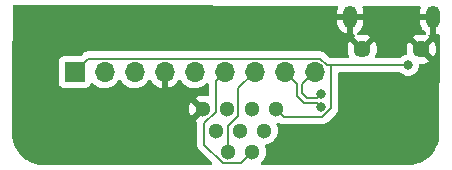
<source format=gbr>
%TF.GenerationSoftware,KiCad,Pcbnew,(6.0.0)*%
%TF.CreationDate,2022-04-23T17:17:18+01:00*%
%TF.ProjectId,BM83 prog,424d3833-2070-4726-9f67-2e6b69636164,rev?*%
%TF.SameCoordinates,Original*%
%TF.FileFunction,Copper,L2,Bot*%
%TF.FilePolarity,Positive*%
%FSLAX46Y46*%
G04 Gerber Fmt 4.6, Leading zero omitted, Abs format (unit mm)*
G04 Created by KiCad (PCBNEW (6.0.0)) date 2022-04-23 17:17:18*
%MOMM*%
%LPD*%
G01*
G04 APERTURE LIST*
%TA.AperFunction,ComponentPad*%
%ADD10C,1.300000*%
%TD*%
%TA.AperFunction,ComponentPad*%
%ADD11C,5.000000*%
%TD*%
%TA.AperFunction,ComponentPad*%
%ADD12R,1.700000X1.700000*%
%TD*%
%TA.AperFunction,ComponentPad*%
%ADD13O,1.700000X1.700000*%
%TD*%
%TA.AperFunction,ComponentPad*%
%ADD14C,1.450000*%
%TD*%
%TA.AperFunction,ComponentPad*%
%ADD15O,1.200000X1.900000*%
%TD*%
%TA.AperFunction,ViaPad*%
%ADD16C,0.800000*%
%TD*%
%TA.AperFunction,Conductor*%
%ADD17C,0.200000*%
%TD*%
G04 APERTURE END LIST*
D10*
%TO.P,TP34,1,1*%
%TO.N,/DP*%
X141500000Y-91144000D03*
%TD*%
%TO.P,TP31,1,1*%
%TO.N,/LED1*%
X141500000Y-94744000D03*
%TD*%
%TO.P,TP70,1,1*%
%TO.N,VBUS*%
X143500000Y-91144000D03*
%TD*%
D11*
%TO.P,REF\u002A\u002A,1*%
%TO.N,GND*%
X154700000Y-93100000D03*
%TD*%
D12*
%TO.P,J1,1,Pin_1*%
%TO.N,VBUS*%
X126450000Y-88000000D03*
D13*
%TO.P,J1,2,Pin_2*%
%TO.N,+3V3*%
X128990000Y-88000000D03*
%TO.P,J1,3,Pin_3*%
%TO.N,+1V8*%
X131530000Y-88000000D03*
%TO.P,J1,4,Pin_4*%
%TO.N,GND*%
X134070000Y-88000000D03*
%TO.P,J1,5,Pin_5*%
%TO.N,/PWR(MFB)*%
X136610000Y-88000000D03*
%TO.P,J1,6,Pin_6*%
%TO.N,/LED1*%
X139150000Y-88000000D03*
%TO.P,J1,7,Pin_7*%
%TO.N,/LED2*%
X141690000Y-88000000D03*
%TO.P,J1,8,Pin_8*%
%TO.N,/DN*%
X144230000Y-88000000D03*
%TO.P,J1,9,Pin_9*%
%TO.N,/DP*%
X146770000Y-88000000D03*
%TD*%
D10*
%TO.P,TP71,1,1*%
%TO.N,+3V3*%
X138400000Y-92944000D03*
%TD*%
D14*
%TO.P,J2,6,Shield*%
%TO.N,GND*%
X150800000Y-86052500D03*
D15*
X156800000Y-83352500D03*
X149800000Y-83352500D03*
D14*
X155800000Y-86052500D03*
%TD*%
D10*
%TO.P,TP73,1,1*%
%TO.N,GND*%
X137300000Y-91144000D03*
%TD*%
%TO.P,TP72,1,1*%
%TO.N,+1V8*%
X140450000Y-92944000D03*
%TD*%
%TO.P,TP33,1,1*%
%TO.N,/DN*%
X139366666Y-91144000D03*
%TD*%
%TO.P,TP32,1,1*%
%TO.N,/LED2*%
X139400000Y-94744000D03*
%TD*%
D11*
%TO.P,,1*%
%TO.N,GND*%
X124000000Y-93100000D03*
%TD*%
D10*
%TO.P,TP30,1,1*%
%TO.N,/PWR(MFB)*%
X142500000Y-92944000D03*
%TD*%
D16*
%TO.N,VBUS*%
X154700000Y-87400000D03*
%TO.N,GND*%
X145500000Y-85700000D03*
X127750000Y-92850000D03*
X151700000Y-88700000D03*
X151250000Y-95300000D03*
X121900000Y-88550000D03*
X127600000Y-85700000D03*
X145500000Y-82950000D03*
X132550000Y-85700000D03*
X126800000Y-95300000D03*
X132550000Y-82950000D03*
X130250000Y-92850000D03*
X126600000Y-89900000D03*
X147750000Y-93000000D03*
X133150000Y-89950000D03*
X151250000Y-92950000D03*
X147750000Y-95300000D03*
X135200000Y-89950000D03*
X121900000Y-82950000D03*
X127600000Y-82950000D03*
X142950000Y-82950000D03*
X138250000Y-85700000D03*
X143950000Y-95300000D03*
X149550000Y-88700000D03*
X138250000Y-82950000D03*
X121900000Y-85700000D03*
X144450000Y-93000000D03*
X142950000Y-85700000D03*
X156600000Y-88650000D03*
%TO.N,/DN*%
X147300000Y-90925000D03*
%TO.N,/DP*%
X147300000Y-89875000D03*
%TD*%
D17*
%TO.N,/LED1*%
X137450489Y-92349511D02*
X138417155Y-91382845D01*
X137450489Y-94137301D02*
X137450489Y-92349511D01*
X138417155Y-91382845D02*
X138417155Y-88732845D01*
X140550489Y-95693511D02*
X139006699Y-95693511D01*
X139006699Y-95693511D02*
X137450489Y-94137301D01*
X141500000Y-94744000D02*
X140550489Y-95693511D01*
X138417155Y-88732845D02*
X139150000Y-88000000D01*
%TO.N,/LED2*%
X139400000Y-92600000D02*
X139400000Y-94744000D01*
X141690000Y-88000000D02*
X140316177Y-89373823D01*
X140316177Y-91683823D02*
X139400000Y-92600000D01*
X140316177Y-89373823D02*
X140316177Y-91683823D01*
%TO.N,VBUS*%
X147420260Y-91793999D02*
X148150000Y-91064259D01*
X127599511Y-86850489D02*
X126450000Y-88000000D01*
X147246144Y-86850489D02*
X127599511Y-86850489D01*
X147795655Y-87400000D02*
X147246144Y-86850489D01*
X144149999Y-91793999D02*
X147420260Y-91793999D01*
X148150000Y-87400000D02*
X147795655Y-87400000D01*
X154700000Y-87400000D02*
X148150000Y-87400000D01*
X148150000Y-91064259D02*
X148150000Y-87400000D01*
X143500000Y-91144000D02*
X144149999Y-91793999D01*
%TO.N,/DN*%
X145274999Y-89044999D02*
X144230000Y-88000000D01*
X147000001Y-90625001D02*
X145906801Y-90625001D01*
X145906801Y-90625001D02*
X145274999Y-89993199D01*
X145274999Y-89993199D02*
X145274999Y-89044999D01*
X147300000Y-90925000D02*
X147000001Y-90625001D01*
%TO.N,/DP*%
X145725001Y-89806801D02*
X145725001Y-89044999D01*
X147300000Y-89875000D02*
X147000001Y-90174999D01*
X145725001Y-89044999D02*
X146770000Y-88000000D01*
X146093199Y-90174999D02*
X145725001Y-89806801D01*
X147000001Y-90174999D02*
X146093199Y-90174999D01*
%TD*%
%TA.AperFunction,Conductor*%
%TO.N,GND*%
G36*
X127746319Y-82326944D02*
G01*
X148668700Y-82383186D01*
X148736764Y-82403372D01*
X148783113Y-82457152D01*
X148793028Y-82527453D01*
X148785225Y-82556284D01*
X148735039Y-82680811D01*
X148731645Y-82692270D01*
X148693143Y-82889428D01*
X148692066Y-82898291D01*
X148692000Y-82901000D01*
X148692000Y-83080385D01*
X148696475Y-83095624D01*
X148697865Y-83096829D01*
X148705548Y-83098500D01*
X150889885Y-83098500D01*
X150905124Y-83094025D01*
X150906329Y-83092635D01*
X150908000Y-83084952D01*
X150908000Y-82952668D01*
X150907715Y-82946692D01*
X150893529Y-82798006D01*
X150891270Y-82786272D01*
X150835128Y-82594901D01*
X150830700Y-82583829D01*
X150825110Y-82572976D01*
X150811702Y-82503257D01*
X150838116Y-82437357D01*
X150895965Y-82396198D01*
X150937464Y-82389285D01*
X152011092Y-82392171D01*
X155661123Y-82401984D01*
X155729189Y-82422170D01*
X155775538Y-82475950D01*
X155785453Y-82546251D01*
X155777650Y-82575083D01*
X155735038Y-82680816D01*
X155731645Y-82692270D01*
X155693143Y-82889428D01*
X155692066Y-82898291D01*
X155692000Y-82901000D01*
X155692000Y-83080385D01*
X155696475Y-83095624D01*
X155697865Y-83096829D01*
X155705548Y-83098500D01*
X156928000Y-83098500D01*
X156996121Y-83118502D01*
X157042614Y-83172158D01*
X157054000Y-83224500D01*
X157054000Y-84762902D01*
X157057973Y-84776433D01*
X157067399Y-84777788D01*
X157156537Y-84756306D01*
X157167836Y-84752415D01*
X157200903Y-84737381D01*
X157271194Y-84727395D01*
X157335725Y-84756996D01*
X157374008Y-84816786D01*
X157379052Y-84852633D01*
X157343333Y-93001184D01*
X157342679Y-93150308D01*
X157341176Y-93169165D01*
X157338660Y-93185304D01*
X157338660Y-93185307D01*
X157337278Y-93194173D01*
X157338440Y-93203072D01*
X157339624Y-93212139D01*
X157340486Y-93235539D01*
X157326200Y-93489206D01*
X157324616Y-93503246D01*
X157279186Y-93770384D01*
X157277312Y-93781402D01*
X157274167Y-93795169D01*
X157212610Y-94008732D01*
X157196022Y-94066280D01*
X157191355Y-94079611D01*
X157170844Y-94129113D01*
X157083346Y-94340276D01*
X157077214Y-94353004D01*
X156940709Y-94599925D01*
X156933191Y-94611887D01*
X156769897Y-94841978D01*
X156761087Y-94853023D01*
X156573065Y-95063382D01*
X156563074Y-95073371D01*
X156352678Y-95261363D01*
X156341632Y-95270172D01*
X156111506Y-95433432D01*
X156099547Y-95440945D01*
X155949683Y-95523761D01*
X155852602Y-95577409D01*
X155839873Y-95583538D01*
X155579201Y-95691499D01*
X155565866Y-95696165D01*
X155294735Y-95774268D01*
X155280961Y-95777411D01*
X155002799Y-95824667D01*
X154988779Y-95826247D01*
X154856088Y-95833698D01*
X154742382Y-95840083D01*
X154715936Y-95838781D01*
X154715149Y-95838659D01*
X154715145Y-95838659D01*
X154706270Y-95837277D01*
X154697369Y-95838441D01*
X154697364Y-95838441D01*
X154674741Y-95841400D01*
X154658404Y-95842464D01*
X144556934Y-95842550D01*
X142339535Y-95842569D01*
X142271414Y-95822568D01*
X142224921Y-95768912D01*
X142214816Y-95698638D01*
X142244309Y-95634057D01*
X142258965Y-95619695D01*
X142318255Y-95570384D01*
X142322693Y-95566693D01*
X142458840Y-95402993D01*
X142562876Y-95217223D01*
X142631316Y-95015605D01*
X142656492Y-94841978D01*
X142661337Y-94808561D01*
X142661337Y-94808559D01*
X142661869Y-94804891D01*
X142663463Y-94744000D01*
X142649382Y-94590753D01*
X142644510Y-94537730D01*
X142644509Y-94537727D01*
X142643981Y-94531976D01*
X142586186Y-94327052D01*
X142559405Y-94272745D01*
X142547215Y-94202803D01*
X142574775Y-94137373D01*
X142633333Y-94097230D01*
X142654330Y-94092321D01*
X142765890Y-94076145D01*
X142765894Y-94076144D01*
X142771605Y-94075316D01*
X142973223Y-94006876D01*
X143158993Y-93902840D01*
X143322693Y-93766693D01*
X143458840Y-93602993D01*
X143562876Y-93417223D01*
X143631316Y-93215605D01*
X143633134Y-93203072D01*
X143661337Y-93008561D01*
X143661337Y-93008559D01*
X143661869Y-93004891D01*
X143663463Y-92944000D01*
X143643981Y-92731976D01*
X143586186Y-92527052D01*
X143559405Y-92472745D01*
X143547215Y-92402803D01*
X143574775Y-92337373D01*
X143633333Y-92297230D01*
X143654330Y-92292321D01*
X143724115Y-92282202D01*
X143794401Y-92292222D01*
X143818901Y-92306936D01*
X143836572Y-92320496D01*
X143836575Y-92320498D01*
X143843124Y-92325523D01*
X143920804Y-92357699D01*
X143977543Y-92381201D01*
X143991149Y-92386837D01*
X144110114Y-92402499D01*
X144110119Y-92402499D01*
X144110128Y-92402500D01*
X144141811Y-92406671D01*
X144149999Y-92407749D01*
X144181692Y-92403577D01*
X144198135Y-92402499D01*
X147372124Y-92402499D01*
X147388567Y-92403577D01*
X147420260Y-92407749D01*
X147428449Y-92406671D01*
X147460134Y-92402500D01*
X147460144Y-92402499D01*
X147460145Y-92402499D01*
X147460161Y-92402497D01*
X147559717Y-92389390D01*
X147570924Y-92387915D01*
X147570926Y-92387914D01*
X147579111Y-92386837D01*
X147727136Y-92325523D01*
X147747854Y-92309626D01*
X147822332Y-92252476D01*
X147822335Y-92252473D01*
X147847694Y-92233014D01*
X147854247Y-92227986D01*
X147859807Y-92220740D01*
X147873712Y-92202620D01*
X147884579Y-92190229D01*
X148546234Y-91528574D01*
X148558625Y-91517707D01*
X148577437Y-91503272D01*
X148583987Y-91498246D01*
X148608474Y-91466334D01*
X148608480Y-91466328D01*
X148676496Y-91377688D01*
X148676497Y-91377686D01*
X148681524Y-91371135D01*
X148726532Y-91262475D01*
X148742838Y-91223109D01*
X148758500Y-91104144D01*
X148758500Y-91104137D01*
X148763750Y-91064259D01*
X148759578Y-91032566D01*
X148758500Y-91016123D01*
X148758500Y-88134500D01*
X148778502Y-88066379D01*
X148832158Y-88019886D01*
X148884500Y-88008500D01*
X153969290Y-88008500D01*
X154037411Y-88028502D01*
X154062926Y-88050189D01*
X154077694Y-88066590D01*
X154088747Y-88078866D01*
X154243248Y-88191118D01*
X154249276Y-88193802D01*
X154249278Y-88193803D01*
X154411681Y-88266109D01*
X154417712Y-88268794D01*
X154508393Y-88288069D01*
X154598056Y-88307128D01*
X154598061Y-88307128D01*
X154604513Y-88308500D01*
X154795487Y-88308500D01*
X154801939Y-88307128D01*
X154801944Y-88307128D01*
X154891607Y-88288069D01*
X154982288Y-88268794D01*
X154988319Y-88266109D01*
X155150722Y-88193803D01*
X155150724Y-88193802D01*
X155156752Y-88191118D01*
X155311253Y-88078866D01*
X155439040Y-87936944D01*
X155515865Y-87803879D01*
X155531223Y-87777279D01*
X155531224Y-87777278D01*
X155534527Y-87771556D01*
X155593542Y-87589928D01*
X155613504Y-87400000D01*
X155616064Y-87400269D01*
X155632816Y-87343218D01*
X155686472Y-87296725D01*
X155749795Y-87285818D01*
X155794524Y-87289731D01*
X155805475Y-87289731D01*
X156009446Y-87271885D01*
X156020241Y-87269982D01*
X156218012Y-87216990D01*
X156228304Y-87213244D01*
X156413868Y-87126714D01*
X156423363Y-87121231D01*
X156459197Y-87096140D01*
X156467573Y-87085661D01*
X156460505Y-87072215D01*
X155441922Y-86053632D01*
X156164408Y-86053632D01*
X156164539Y-86055465D01*
X156168790Y-86062080D01*
X156820436Y-86713726D01*
X156832211Y-86720156D01*
X156844226Y-86710860D01*
X156868731Y-86675863D01*
X156874214Y-86666368D01*
X156960744Y-86480804D01*
X156964490Y-86470512D01*
X157017482Y-86272741D01*
X157019385Y-86261946D01*
X157037231Y-86057975D01*
X157037231Y-86047025D01*
X157019385Y-85843054D01*
X157017482Y-85832259D01*
X156964490Y-85634488D01*
X156960744Y-85624196D01*
X156874214Y-85438632D01*
X156868731Y-85429137D01*
X156843640Y-85393303D01*
X156833161Y-85384927D01*
X156819715Y-85391995D01*
X156172022Y-86039688D01*
X156164408Y-86053632D01*
X155441922Y-86053632D01*
X154779564Y-85391274D01*
X154767789Y-85384844D01*
X154755774Y-85394140D01*
X154731269Y-85429137D01*
X154725786Y-85438632D01*
X154639256Y-85624196D01*
X154635510Y-85634488D01*
X154582518Y-85832259D01*
X154580615Y-85843054D01*
X154562769Y-86047025D01*
X154562769Y-86057975D01*
X154580615Y-86261946D01*
X154582518Y-86272741D01*
X154604796Y-86355883D01*
X154603106Y-86426859D01*
X154563312Y-86485655D01*
X154509286Y-86511741D01*
X154424169Y-86529833D01*
X154424164Y-86529834D01*
X154417712Y-86531206D01*
X154411682Y-86533891D01*
X154411681Y-86533891D01*
X154249278Y-86606197D01*
X154249276Y-86606198D01*
X154243248Y-86608882D01*
X154237907Y-86612762D01*
X154237906Y-86612763D01*
X154189056Y-86648255D01*
X154088747Y-86721134D01*
X154084334Y-86726036D01*
X154084332Y-86726037D01*
X154062926Y-86749811D01*
X154002480Y-86787050D01*
X153969290Y-86791500D01*
X152013644Y-86791500D01*
X151945523Y-86771498D01*
X151899030Y-86717842D01*
X151888926Y-86647568D01*
X151899449Y-86612250D01*
X151960744Y-86480804D01*
X151964490Y-86470512D01*
X152017482Y-86272741D01*
X152019385Y-86261946D01*
X152037231Y-86057975D01*
X152037231Y-86047025D01*
X152019385Y-85843054D01*
X152017482Y-85832259D01*
X151964490Y-85634488D01*
X151960744Y-85624196D01*
X151874214Y-85438632D01*
X151868731Y-85429137D01*
X151843640Y-85393303D01*
X151833161Y-85384927D01*
X151819715Y-85391995D01*
X150889095Y-86322615D01*
X150826783Y-86356641D01*
X150755968Y-86351576D01*
X150710905Y-86322615D01*
X149779564Y-85391274D01*
X149767789Y-85384844D01*
X149755774Y-85394140D01*
X149731269Y-85429137D01*
X149725786Y-85438632D01*
X149639256Y-85624196D01*
X149635510Y-85634488D01*
X149582518Y-85832259D01*
X149580615Y-85843054D01*
X149562769Y-86047025D01*
X149562769Y-86057975D01*
X149580615Y-86261946D01*
X149582518Y-86272741D01*
X149635510Y-86470512D01*
X149639256Y-86480804D01*
X149700551Y-86612250D01*
X149711212Y-86682441D01*
X149682232Y-86747254D01*
X149622813Y-86786111D01*
X149586356Y-86791500D01*
X148198143Y-86791500D01*
X148181697Y-86790422D01*
X148158188Y-86787327D01*
X148150000Y-86786249D01*
X148141812Y-86787327D01*
X148118303Y-86790422D01*
X148101857Y-86791500D01*
X148099894Y-86791500D01*
X148031773Y-86771498D01*
X148010798Y-86754595D01*
X147868967Y-86612763D01*
X147710459Y-86454255D01*
X147699593Y-86441865D01*
X147685158Y-86423053D01*
X147685157Y-86423052D01*
X147680131Y-86416502D01*
X147648219Y-86392015D01*
X147648216Y-86392012D01*
X147553020Y-86318965D01*
X147404995Y-86257651D01*
X147396808Y-86256573D01*
X147396807Y-86256573D01*
X147385602Y-86255098D01*
X147354406Y-86250991D01*
X147286029Y-86241989D01*
X147286026Y-86241989D01*
X147286018Y-86241988D01*
X147254333Y-86237817D01*
X147246144Y-86236739D01*
X147214451Y-86240911D01*
X147198008Y-86241989D01*
X127647647Y-86241989D01*
X127631204Y-86240911D01*
X127599511Y-86236739D01*
X127591322Y-86237817D01*
X127559637Y-86241988D01*
X127559628Y-86241989D01*
X127559626Y-86241989D01*
X127559620Y-86241990D01*
X127559618Y-86241990D01*
X127460054Y-86255098D01*
X127448847Y-86256573D01*
X127448845Y-86256574D01*
X127440660Y-86257651D01*
X127292635Y-86318965D01*
X127197439Y-86392012D01*
X127197436Y-86392015D01*
X127165524Y-86416502D01*
X127160494Y-86423057D01*
X127146059Y-86441868D01*
X127135192Y-86454259D01*
X126984856Y-86604595D01*
X126922544Y-86638621D01*
X126895761Y-86641500D01*
X125551866Y-86641500D01*
X125489684Y-86648255D01*
X125353295Y-86699385D01*
X125236739Y-86786739D01*
X125149385Y-86903295D01*
X125098255Y-87039684D01*
X125091500Y-87101866D01*
X125091500Y-88898134D01*
X125098255Y-88960316D01*
X125149385Y-89096705D01*
X125236739Y-89213261D01*
X125353295Y-89300615D01*
X125489684Y-89351745D01*
X125551866Y-89358500D01*
X127348134Y-89358500D01*
X127410316Y-89351745D01*
X127546705Y-89300615D01*
X127663261Y-89213261D01*
X127750615Y-89096705D01*
X127772799Y-89037529D01*
X127794598Y-88979382D01*
X127837240Y-88922618D01*
X127903802Y-88897918D01*
X127973150Y-88913126D01*
X128007817Y-88941114D01*
X128036250Y-88973938D01*
X128208126Y-89116632D01*
X128401000Y-89229338D01*
X128609692Y-89309030D01*
X128614760Y-89310061D01*
X128614763Y-89310062D01*
X128709862Y-89329410D01*
X128828597Y-89353567D01*
X128833772Y-89353757D01*
X128833774Y-89353757D01*
X129046673Y-89361564D01*
X129046677Y-89361564D01*
X129051837Y-89361753D01*
X129056957Y-89361097D01*
X129056959Y-89361097D01*
X129268288Y-89334025D01*
X129268289Y-89334025D01*
X129273416Y-89333368D01*
X129278366Y-89331883D01*
X129482429Y-89270661D01*
X129482434Y-89270659D01*
X129487384Y-89269174D01*
X129687994Y-89170896D01*
X129869860Y-89041173D01*
X130028096Y-88883489D01*
X130158453Y-88702077D01*
X130159776Y-88703028D01*
X130206645Y-88659857D01*
X130276580Y-88647625D01*
X130342026Y-88675144D01*
X130369875Y-88706994D01*
X130429987Y-88805088D01*
X130576250Y-88973938D01*
X130748126Y-89116632D01*
X130941000Y-89229338D01*
X131149692Y-89309030D01*
X131154760Y-89310061D01*
X131154763Y-89310062D01*
X131249862Y-89329410D01*
X131368597Y-89353567D01*
X131373772Y-89353757D01*
X131373774Y-89353757D01*
X131586673Y-89361564D01*
X131586677Y-89361564D01*
X131591837Y-89361753D01*
X131596957Y-89361097D01*
X131596959Y-89361097D01*
X131808288Y-89334025D01*
X131808289Y-89334025D01*
X131813416Y-89333368D01*
X131818366Y-89331883D01*
X132022429Y-89270661D01*
X132022434Y-89270659D01*
X132027384Y-89269174D01*
X132227994Y-89170896D01*
X132409860Y-89041173D01*
X132568096Y-88883489D01*
X132698453Y-88702077D01*
X132699640Y-88702930D01*
X132746960Y-88659362D01*
X132816897Y-88647145D01*
X132882338Y-88674678D01*
X132910166Y-88706511D01*
X132967694Y-88800388D01*
X132973777Y-88808699D01*
X133113213Y-88969667D01*
X133120580Y-88976883D01*
X133284434Y-89112916D01*
X133292881Y-89118831D01*
X133476756Y-89226279D01*
X133486042Y-89230729D01*
X133685001Y-89306703D01*
X133694899Y-89309579D01*
X133798250Y-89330606D01*
X133812299Y-89329410D01*
X133816000Y-89319065D01*
X133816000Y-87872000D01*
X133836002Y-87803879D01*
X133889658Y-87757386D01*
X133942000Y-87746000D01*
X134198000Y-87746000D01*
X134266121Y-87766002D01*
X134312614Y-87819658D01*
X134324000Y-87872000D01*
X134324000Y-89318517D01*
X134328064Y-89332359D01*
X134341478Y-89334393D01*
X134348184Y-89333534D01*
X134358262Y-89331392D01*
X134562255Y-89270191D01*
X134571842Y-89266433D01*
X134763095Y-89172739D01*
X134771945Y-89167464D01*
X134945328Y-89043792D01*
X134953200Y-89037139D01*
X135104052Y-88886812D01*
X135110730Y-88878965D01*
X135238022Y-88701819D01*
X135239279Y-88702722D01*
X135286373Y-88659362D01*
X135356311Y-88647145D01*
X135421751Y-88674678D01*
X135449579Y-88706511D01*
X135509987Y-88805088D01*
X135656250Y-88973938D01*
X135828126Y-89116632D01*
X136021000Y-89229338D01*
X136229692Y-89309030D01*
X136234760Y-89310061D01*
X136234763Y-89310062D01*
X136329862Y-89329410D01*
X136448597Y-89353567D01*
X136453772Y-89353757D01*
X136453774Y-89353757D01*
X136666673Y-89361564D01*
X136666677Y-89361564D01*
X136671837Y-89361753D01*
X136676957Y-89361097D01*
X136676959Y-89361097D01*
X136888288Y-89334025D01*
X136888289Y-89334025D01*
X136893416Y-89333368D01*
X136898366Y-89331883D01*
X137102429Y-89270661D01*
X137102434Y-89270659D01*
X137107384Y-89269174D01*
X137307994Y-89170896D01*
X137489860Y-89041173D01*
X137593716Y-88937680D01*
X137656087Y-88903764D01*
X137726894Y-88908952D01*
X137783655Y-88951598D01*
X137808349Y-89018162D01*
X137808655Y-89026931D01*
X137808655Y-89914161D01*
X137788653Y-89982282D01*
X137734997Y-90028775D01*
X137664723Y-90038879D01*
X137641236Y-90032599D01*
X137641203Y-90032711D01*
X137637005Y-90031467D01*
X137635956Y-90031187D01*
X137635662Y-90031070D01*
X137624635Y-90027803D01*
X137427230Y-89988537D01*
X137415784Y-89987334D01*
X137214537Y-89984700D01*
X137203057Y-89985603D01*
X137004701Y-90019687D01*
X136993581Y-90022667D01*
X136804748Y-90092331D01*
X136794370Y-90097281D01*
X136695906Y-90155861D01*
X136686307Y-90166196D01*
X136689793Y-90174583D01*
X137570115Y-91054905D01*
X137604141Y-91117217D01*
X137599076Y-91188032D01*
X137570115Y-91233095D01*
X136693212Y-92109998D01*
X136687016Y-92121344D01*
X136696898Y-92133834D01*
X136740279Y-92162820D01*
X136750393Y-92168312D01*
X136767059Y-92175472D01*
X136821753Y-92220740D01*
X136843290Y-92288391D01*
X136843031Y-92293180D01*
X136843067Y-92293180D01*
X136843067Y-92293186D01*
X136842857Y-92296383D01*
X136842247Y-92307661D01*
X136841992Y-92309601D01*
X136841991Y-92309601D01*
X136841990Y-92309621D01*
X136841989Y-92309626D01*
X136841989Y-92309631D01*
X136836739Y-92349511D01*
X136837817Y-92357699D01*
X136840911Y-92381201D01*
X136841989Y-92397647D01*
X136841989Y-94089165D01*
X136840911Y-94105608D01*
X136836739Y-94137301D01*
X136841989Y-94177181D01*
X136841989Y-94177186D01*
X136848130Y-94223831D01*
X136857651Y-94296152D01*
X136918965Y-94444177D01*
X136923992Y-94450728D01*
X136923993Y-94450730D01*
X136992009Y-94539370D01*
X136992015Y-94539376D01*
X137016502Y-94571288D01*
X137023057Y-94576318D01*
X137041868Y-94590753D01*
X137054259Y-94601620D01*
X138080151Y-95627512D01*
X138114177Y-95689824D01*
X138109112Y-95760639D01*
X138066565Y-95817475D01*
X138000045Y-95842286D01*
X137991069Y-95842607D01*
X123839946Y-95842727D01*
X123820545Y-95841224D01*
X123796926Y-95837543D01*
X123788027Y-95838705D01*
X123778960Y-95839889D01*
X123755560Y-95840751D01*
X123501892Y-95826465D01*
X123487853Y-95824881D01*
X123474252Y-95822568D01*
X123209692Y-95777576D01*
X123195930Y-95774432D01*
X122924815Y-95696286D01*
X122911488Y-95691620D01*
X122834314Y-95659643D01*
X122650823Y-95583611D01*
X122638095Y-95577479D01*
X122391174Y-95440974D01*
X122379212Y-95433456D01*
X122149121Y-95270162D01*
X122138076Y-95261352D01*
X121927717Y-95073330D01*
X121917728Y-95063339D01*
X121729736Y-94852943D01*
X121720927Y-94841897D01*
X121557667Y-94611771D01*
X121550151Y-94599807D01*
X121547924Y-94595776D01*
X121413690Y-94352867D01*
X121407561Y-94340138D01*
X121299600Y-94079466D01*
X121294934Y-94066131D01*
X121216831Y-93795000D01*
X121213688Y-93781226D01*
X121175977Y-93559251D01*
X121166432Y-93503064D01*
X121164851Y-93489035D01*
X121164696Y-93486259D01*
X121151016Y-93242647D01*
X121152318Y-93216201D01*
X121152440Y-93215414D01*
X121152440Y-93215410D01*
X121153822Y-93206535D01*
X121149915Y-93176660D01*
X121148854Y-93159674D01*
X121149680Y-93001184D01*
X121159479Y-91119323D01*
X136137816Y-91119323D01*
X136150979Y-91320159D01*
X136152780Y-91331529D01*
X136202323Y-91526604D01*
X136206164Y-91537451D01*
X136290429Y-91720238D01*
X136296178Y-91730195D01*
X136309912Y-91749628D01*
X136320501Y-91758016D01*
X136333802Y-91750988D01*
X136927978Y-91156812D01*
X136935592Y-91142868D01*
X136935461Y-91141035D01*
X136931210Y-91134420D01*
X136331520Y-90534730D01*
X136319140Y-90527970D01*
X136313174Y-90532436D01*
X136228257Y-90693836D01*
X136223848Y-90704479D01*
X136164167Y-90896684D01*
X136161773Y-90907946D01*
X136138117Y-91107821D01*
X136137816Y-91119323D01*
X121159479Y-91119323D01*
X121180553Y-87072215D01*
X121197841Y-83752332D01*
X148692000Y-83752332D01*
X148692285Y-83758308D01*
X148706471Y-83906994D01*
X148708730Y-83918728D01*
X148764872Y-84110099D01*
X148769302Y-84121175D01*
X148860619Y-84298478D01*
X148867069Y-84308524D01*
X148990262Y-84465357D01*
X148998499Y-84474006D01*
X149149123Y-84604712D01*
X149158847Y-84611647D01*
X149331467Y-84711510D01*
X149342331Y-84716484D01*
X149530727Y-84781907D01*
X149531716Y-84782148D01*
X149542008Y-84780680D01*
X149546000Y-84767115D01*
X149546000Y-84762902D01*
X150054000Y-84762902D01*
X150057973Y-84776432D01*
X150086938Y-84780596D01*
X150151519Y-84810089D01*
X150189903Y-84869815D01*
X150189903Y-84940812D01*
X150151520Y-85000538D01*
X150141280Y-85008525D01*
X150140805Y-85008858D01*
X150132427Y-85019339D01*
X150139495Y-85032785D01*
X150787188Y-85680478D01*
X150801132Y-85688092D01*
X150802965Y-85687961D01*
X150809580Y-85683710D01*
X151461226Y-85032064D01*
X151467656Y-85020289D01*
X151466921Y-85019339D01*
X155132427Y-85019339D01*
X155139495Y-85032785D01*
X155787188Y-85680478D01*
X155801132Y-85688092D01*
X155802965Y-85687961D01*
X155809580Y-85683710D01*
X156461226Y-85032064D01*
X156467656Y-85020289D01*
X156446651Y-84993139D01*
X156447868Y-84992197D01*
X156419390Y-84956570D01*
X156412080Y-84885951D01*
X156444111Y-84822590D01*
X156505312Y-84786605D01*
X156518201Y-84784075D01*
X156542008Y-84780680D01*
X156546000Y-84767115D01*
X156546000Y-83624615D01*
X156541525Y-83609376D01*
X156540135Y-83608171D01*
X156532452Y-83606500D01*
X155710115Y-83606500D01*
X155694876Y-83610975D01*
X155693671Y-83612365D01*
X155692000Y-83620048D01*
X155692000Y-83752332D01*
X155692285Y-83758308D01*
X155706471Y-83906994D01*
X155708730Y-83918728D01*
X155764872Y-84110099D01*
X155769302Y-84121175D01*
X155860619Y-84298478D01*
X155867069Y-84308524D01*
X155990262Y-84465357D01*
X155998499Y-84474006D01*
X156149123Y-84604712D01*
X156158847Y-84611647D01*
X156172032Y-84619275D01*
X156220981Y-84670700D01*
X156234356Y-84740426D01*
X156207911Y-84806314D01*
X156150043Y-84847445D01*
X156076326Y-84850046D01*
X156020241Y-84835018D01*
X156009446Y-84833115D01*
X155805475Y-84815269D01*
X155794525Y-84815269D01*
X155590554Y-84833115D01*
X155579759Y-84835018D01*
X155381988Y-84888010D01*
X155371696Y-84891756D01*
X155186132Y-84978286D01*
X155176637Y-84983769D01*
X155140803Y-85008860D01*
X155132427Y-85019339D01*
X151466921Y-85019339D01*
X151458360Y-85008274D01*
X151423363Y-84983769D01*
X151413868Y-84978286D01*
X151228304Y-84891756D01*
X151218012Y-84888010D01*
X151020241Y-84835018D01*
X151009446Y-84833115D01*
X150805475Y-84815269D01*
X150794525Y-84815269D01*
X150590554Y-84833115D01*
X150579762Y-84835018D01*
X150516656Y-84851927D01*
X150445679Y-84850237D01*
X150386883Y-84810443D01*
X150358935Y-84745179D01*
X150370708Y-84675165D01*
X150411144Y-84627451D01*
X150522390Y-84548538D01*
X150531425Y-84540739D01*
X150669342Y-84396669D01*
X150676738Y-84387304D01*
X150784921Y-84219759D01*
X150790417Y-84209155D01*
X150864961Y-84024188D01*
X150868355Y-84012730D01*
X150906857Y-83815572D01*
X150907934Y-83806709D01*
X150908000Y-83804000D01*
X150908000Y-83624615D01*
X150903525Y-83609376D01*
X150902135Y-83608171D01*
X150894452Y-83606500D01*
X150072115Y-83606500D01*
X150056876Y-83610975D01*
X150055671Y-83612365D01*
X150054000Y-83620048D01*
X150054000Y-84762902D01*
X149546000Y-84762902D01*
X149546000Y-83624615D01*
X149541525Y-83609376D01*
X149540135Y-83608171D01*
X149532452Y-83606500D01*
X148710115Y-83606500D01*
X148694876Y-83610975D01*
X148693671Y-83612365D01*
X148692000Y-83620048D01*
X148692000Y-83752332D01*
X121197841Y-83752332D01*
X121204700Y-82435043D01*
X121225056Y-82367027D01*
X121278953Y-82320814D01*
X121331037Y-82309699D01*
X127746319Y-82326944D01*
G37*
%TD.AperFunction*%
%TD*%
M02*

</source>
